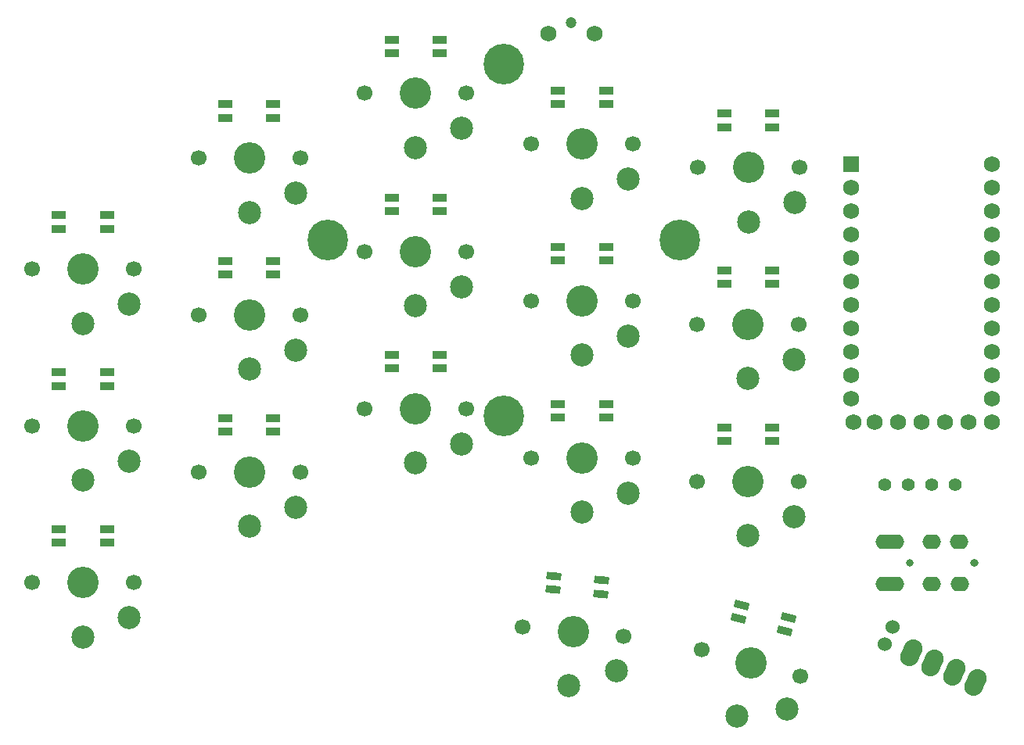
<source format=gbr>
%TF.GenerationSoftware,KiCad,Pcbnew,(6.0.0)*%
%TF.CreationDate,2022-05-05T22:03:01-07:00*%
%TF.ProjectId,half-swept,68616c66-2d73-4776-9570-742e6b696361,rev?*%
%TF.SameCoordinates,Original*%
%TF.FileFunction,Soldermask,Top*%
%TF.FilePolarity,Negative*%
%FSLAX46Y46*%
G04 Gerber Fmt 4.6, Leading zero omitted, Abs format (unit mm)*
G04 Created by KiCad (PCBNEW (6.0.0)) date 2022-05-05 22:03:01*
%MOMM*%
%LPD*%
G01*
G04 APERTURE LIST*
G04 Aperture macros list*
%AMRoundRect*
0 Rectangle with rounded corners*
0 $1 Rounding radius*
0 $2 $3 $4 $5 $6 $7 $8 $9 X,Y pos of 4 corners*
0 Add a 4 corners polygon primitive as box body*
4,1,4,$2,$3,$4,$5,$6,$7,$8,$9,$2,$3,0*
0 Add four circle primitives for the rounded corners*
1,1,$1+$1,$2,$3*
1,1,$1+$1,$4,$5*
1,1,$1+$1,$6,$7*
1,1,$1+$1,$8,$9*
0 Add four rect primitives between the rounded corners*
20,1,$1+$1,$2,$3,$4,$5,0*
20,1,$1+$1,$4,$5,$6,$7,0*
20,1,$1+$1,$6,$7,$8,$9,0*
20,1,$1+$1,$8,$9,$2,$3,0*%
%AMHorizOval*
0 Thick line with rounded ends*
0 $1 width*
0 $2 $3 position (X,Y) of the first rounded end (center of the circle)*
0 $4 $5 position (X,Y) of the second rounded end (center of the circle)*
0 Add line between two ends*
20,1,$1,$2,$3,$4,$5,0*
0 Add two circle primitives to create the rounded ends*
1,1,$1,$2,$3*
1,1,$1,$4,$5*%
G04 Aperture macros list end*
%ADD10C,0.800000*%
%ADD11O,2.000000X1.600000*%
%ADD12C,1.200000*%
%ADD13C,1.750000*%
%ADD14C,1.700000*%
%ADD15C,3.400000*%
%ADD16C,2.500000*%
%ADD17C,4.400000*%
%ADD18R,1.752600X1.752600*%
%ADD19C,1.752600*%
%ADD20RoundRect,0.082000X-0.718000X0.328000X-0.718000X-0.328000X0.718000X-0.328000X0.718000X0.328000X0*%
%ADD21HorizOval,2.000000X0.211309X0.453154X-0.211309X-0.453154X0*%
%ADD22C,1.524000*%
%ADD23HorizOval,1.524000X0.000000X0.000000X0.000000X0.000000X0*%
%ADD24RoundRect,0.082000X-0.686681X0.389330X-0.743855X-0.264174X0.686681X-0.389330X0.743855X0.264174X0*%
%ADD25C,1.397000*%
%ADD26RoundRect,0.082000X-0.608642X0.502656X-0.778427X-0.130992X0.608642X-0.502656X0.778427X0.130992X0*%
G04 APERTURE END LIST*
D10*
%TO.C,J2*%
X111664986Y-72847838D03*
X118664986Y-72847838D03*
D11*
X108964986Y-70547838D03*
X110064986Y-75147838D03*
X114064986Y-75147838D03*
X117064986Y-75147838D03*
%TD*%
D12*
%TO.C,RSW1*%
X75021984Y-14330339D03*
D13*
X72521984Y-15540339D03*
X77521984Y-15540339D03*
%TD*%
D14*
%TO.C,SW2*%
X16696985Y-40977839D03*
D15*
X22196985Y-40977839D03*
D14*
X27696985Y-40977839D03*
D16*
X22196985Y-46877839D03*
X27196985Y-44777839D03*
%TD*%
D15*
%TO.C,SW3*%
X40196985Y-28977839D03*
D14*
X45696985Y-28977839D03*
X34696985Y-28977839D03*
D16*
X40196985Y-34877839D03*
X45196985Y-32777839D03*
%TD*%
D14*
%TO.C,SW4*%
X63696984Y-21977839D03*
X52696984Y-21977839D03*
D15*
X58196984Y-21977839D03*
D16*
X58196984Y-27877839D03*
X63196984Y-25777839D03*
%TD*%
D14*
%TO.C,SW5*%
X70696985Y-27477839D03*
X81696985Y-27477839D03*
D15*
X76196985Y-27477839D03*
D16*
X76196985Y-33377839D03*
X81196985Y-31277839D03*
%TD*%
D15*
%TO.C,SW6*%
X94196984Y-29977839D03*
D14*
X99696984Y-29977839D03*
X88696984Y-29977839D03*
D16*
X94196984Y-35877839D03*
X99196984Y-33777839D03*
%TD*%
D14*
%TO.C,SW8*%
X16696985Y-57977839D03*
X27696985Y-57977839D03*
D15*
X22196985Y-57977839D03*
D16*
X22196985Y-63877839D03*
X27196985Y-61777839D03*
%TD*%
D14*
%TO.C,SW9*%
X45696985Y-45951839D03*
X34696985Y-45951839D03*
D15*
X40196985Y-45951839D03*
D16*
X40196985Y-51851839D03*
X45196985Y-49751839D03*
%TD*%
D14*
%TO.C,SW10*%
X63696985Y-39093839D03*
D15*
X58196985Y-39093839D03*
D14*
X52696985Y-39093839D03*
D16*
X58196985Y-44993839D03*
X63196985Y-42893839D03*
%TD*%
D14*
%TO.C,SW11*%
X81696985Y-44427840D03*
D15*
X76196985Y-44427840D03*
D14*
X70696985Y-44427840D03*
D16*
X76196985Y-50327840D03*
X81196985Y-48227840D03*
%TD*%
D14*
%TO.C,SW12*%
X99676984Y-46967839D03*
D15*
X94176984Y-46967839D03*
D14*
X88676984Y-46967839D03*
D16*
X94176984Y-52867839D03*
X99176984Y-50767839D03*
%TD*%
D15*
%TO.C,SW14*%
X22196985Y-74977839D03*
D14*
X27696985Y-74977839D03*
X16696985Y-74977839D03*
D16*
X22196985Y-80877839D03*
X27196985Y-78777839D03*
%TD*%
D15*
%TO.C,SW15*%
X40196985Y-62969838D03*
D14*
X34696985Y-62969838D03*
X45696985Y-62969838D03*
D16*
X40196985Y-68869838D03*
X45196985Y-66769838D03*
%TD*%
D15*
%TO.C,SW16*%
X58196983Y-56111838D03*
D14*
X52696983Y-56111838D03*
X63696983Y-56111838D03*
D16*
X58196983Y-62011838D03*
X63196983Y-59911838D03*
%TD*%
D15*
%TO.C,SW17*%
X76196985Y-61445840D03*
D14*
X70696985Y-61445840D03*
X81696985Y-61445840D03*
D16*
X76196985Y-67345840D03*
X81196985Y-65245840D03*
%TD*%
D14*
%TO.C,SW18*%
X99676985Y-63985839D03*
X88676985Y-63985839D03*
D15*
X94176985Y-63985839D03*
D16*
X94176985Y-69885839D03*
X99176985Y-67785839D03*
%TD*%
D14*
%TO.C,SW21*%
X89184392Y-82254333D03*
D15*
X94496984Y-83677838D03*
D14*
X99809576Y-85101343D03*
D16*
X92969952Y-89376800D03*
X98343101Y-88642451D03*
%TD*%
D17*
%TO.C,REF\u002A\u002A*%
X67696985Y-56927839D03*
X48646985Y-37877839D03*
X86746985Y-37877839D03*
X67696985Y-18827839D03*
%TD*%
D18*
%TO.C,U2*%
X105326984Y-29644589D03*
D19*
X105326984Y-32184589D03*
X105326984Y-34724589D03*
X105326984Y-37264589D03*
X105326984Y-39804589D03*
X105326984Y-42344589D03*
X105326984Y-44884589D03*
X105326984Y-47424589D03*
X105326984Y-49964589D03*
X105326984Y-52504589D03*
X105326984Y-55044589D03*
X105555584Y-57584589D03*
X120566984Y-57584589D03*
X120566984Y-55044589D03*
X120566984Y-52504589D03*
X120566984Y-49964589D03*
X120566984Y-47424589D03*
X120566984Y-44884589D03*
X120566984Y-42344589D03*
X120566984Y-39804589D03*
X120566984Y-37264589D03*
X120566984Y-34724589D03*
X120566984Y-32184589D03*
X120566984Y-29644589D03*
X107866984Y-57584589D03*
X110406984Y-57584589D03*
X112946984Y-57584589D03*
X115486984Y-57584589D03*
X118026984Y-57584589D03*
%TD*%
D14*
%TO.C,SW1*%
X69767914Y-79798480D03*
X80726056Y-80757194D03*
D15*
X75246985Y-80277837D03*
D16*
X74732766Y-86155386D03*
X79896767Y-84499156D03*
%TD*%
D20*
%TO.C,D34*%
X42796985Y-23147839D03*
X42796985Y-24647839D03*
X37596985Y-24647839D03*
X37596985Y-23147839D03*
%TD*%
%TO.C,D26*%
X60796983Y-50281838D03*
X60796983Y-51781838D03*
X55596983Y-51781838D03*
X55596983Y-50281838D03*
%TD*%
%TO.C,D31*%
X42796985Y-40121839D03*
X42796985Y-41621839D03*
X37596985Y-41621839D03*
X37596985Y-40121839D03*
%TD*%
%TO.C,D28*%
X42796985Y-57139838D03*
X42796985Y-58639838D03*
X37596985Y-58639838D03*
X37596985Y-57139838D03*
%TD*%
%TO.C,D32*%
X78796985Y-38597840D03*
X78796985Y-40097840D03*
X73596985Y-40097840D03*
X73596985Y-38597840D03*
%TD*%
%TO.C,D21*%
X96796984Y-24147839D03*
X96796984Y-25647839D03*
X91596984Y-25647839D03*
X91596984Y-24147839D03*
%TD*%
%TO.C,D19*%
X24796985Y-35147839D03*
X24796985Y-36647839D03*
X19596985Y-36647839D03*
X19596985Y-35147839D03*
%TD*%
%TO.C,D23*%
X60796985Y-33263839D03*
X60796985Y-34763839D03*
X55596985Y-34763839D03*
X55596985Y-33263839D03*
%TD*%
%TO.C,D22*%
X24796984Y-52197839D03*
X24796984Y-53697839D03*
X19596984Y-53697839D03*
X19596984Y-52197839D03*
%TD*%
D21*
%TO.C,SW13*%
X111859149Y-82564100D03*
X114161171Y-83637551D03*
X116463193Y-84711001D03*
X118765214Y-85784451D03*
D22*
X109837546Y-79800838D03*
D23*
X108992309Y-81613453D03*
%TD*%
D20*
%TO.C,D35*%
X78796985Y-21647839D03*
X78796985Y-23147839D03*
X73596985Y-23147839D03*
X73596985Y-21647839D03*
%TD*%
%TO.C,D25*%
X24796985Y-69147839D03*
X24796985Y-70647839D03*
X19596985Y-70647839D03*
X19596985Y-69147839D03*
%TD*%
%TO.C,D24*%
X96776984Y-41137839D03*
X96776984Y-42637839D03*
X91576984Y-42637839D03*
X91576984Y-41137839D03*
%TD*%
D24*
%TO.C,D30*%
X78345209Y-74696627D03*
X78214476Y-76190919D03*
X73034263Y-75737709D03*
X73164997Y-74243417D03*
%TD*%
D20*
%TO.C,D29*%
X78796985Y-55615840D03*
X78796985Y-57115840D03*
X73596985Y-57115840D03*
X73596985Y-55615840D03*
%TD*%
D10*
%TO.C,J1*%
X118646985Y-72827840D03*
X111646985Y-72827840D03*
D11*
X108946985Y-75127840D03*
X110046985Y-70527840D03*
X114046985Y-70527840D03*
X117046985Y-70527840D03*
%TD*%
D25*
%TO.C,OL2*%
X116556985Y-64377838D03*
X114016985Y-64377838D03*
X111476985Y-64377838D03*
X108936985Y-64377838D03*
%TD*%
D26*
%TO.C,D33*%
X98517306Y-78719420D03*
X98129078Y-80168309D03*
X93106263Y-78822450D03*
X93494492Y-77373561D03*
%TD*%
D20*
%TO.C,D20*%
X60796984Y-16147839D03*
X60796984Y-17647839D03*
X55596984Y-17647839D03*
X55596984Y-16147839D03*
%TD*%
%TO.C,D27*%
X96776985Y-58155839D03*
X96776985Y-59655839D03*
X91576985Y-59655839D03*
X91576985Y-58155839D03*
%TD*%
M02*

</source>
